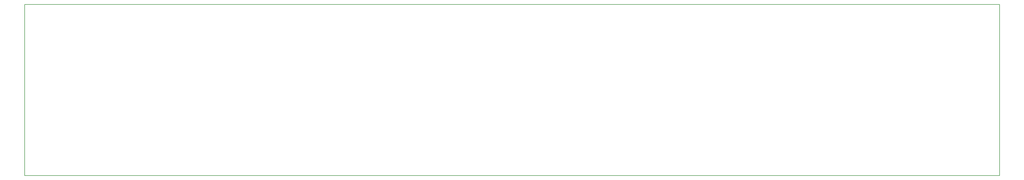
<source format=gbr>
G04 DipTrace 2.4.0.1*
%INBoardOutline.gbr*%
%MOIN*%
%ADD11C,0.0055*%
%FSLAX44Y44*%
G04*
G70*
G90*
G75*
G01*
%LNBoardOutline*%
%LPD*%
X3940Y3940D2*
D11*
X134440D1*
Y26940D1*
X3940D1*
Y3940D1*
M02*

</source>
